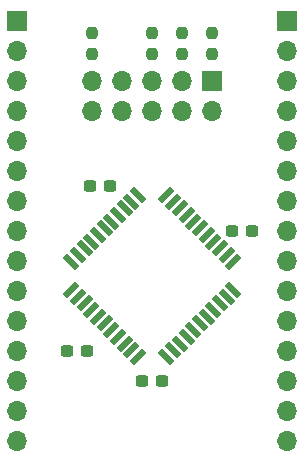
<source format=gbr>
%TF.GenerationSoftware,KiCad,Pcbnew,(6.0.6-0)*%
%TF.CreationDate,2022-09-20T04:26:42+09:00*%
%TF.ProjectId,EPM3032_DEV,45504d33-3033-4325-9f44-45562e6b6963,rev?*%
%TF.SameCoordinates,Original*%
%TF.FileFunction,Soldermask,Top*%
%TF.FilePolarity,Negative*%
%FSLAX46Y46*%
G04 Gerber Fmt 4.6, Leading zero omitted, Abs format (unit mm)*
G04 Created by KiCad (PCBNEW (6.0.6-0)) date 2022-09-20 04:26:42*
%MOMM*%
%LPD*%
G01*
G04 APERTURE LIST*
G04 Aperture macros list*
%AMRoundRect*
0 Rectangle with rounded corners*
0 $1 Rounding radius*
0 $2 $3 $4 $5 $6 $7 $8 $9 X,Y pos of 4 corners*
0 Add a 4 corners polygon primitive as box body*
4,1,4,$2,$3,$4,$5,$6,$7,$8,$9,$2,$3,0*
0 Add four circle primitives for the rounded corners*
1,1,$1+$1,$2,$3*
1,1,$1+$1,$4,$5*
1,1,$1+$1,$6,$7*
1,1,$1+$1,$8,$9*
0 Add four rect primitives between the rounded corners*
20,1,$1+$1,$2,$3,$4,$5,0*
20,1,$1+$1,$4,$5,$6,$7,0*
20,1,$1+$1,$6,$7,$8,$9,0*
20,1,$1+$1,$8,$9,$2,$3,0*%
%AMRotRect*
0 Rectangle, with rotation*
0 The origin of the aperture is its center*
0 $1 length*
0 $2 width*
0 $3 Rotation angle, in degrees counterclockwise*
0 Add horizontal line*
21,1,$1,$2,0,0,$3*%
G04 Aperture macros list end*
%ADD10RoundRect,0.237500X0.300000X0.237500X-0.300000X0.237500X-0.300000X-0.237500X0.300000X-0.237500X0*%
%ADD11R,1.700000X1.700000*%
%ADD12O,1.700000X1.700000*%
%ADD13RoundRect,0.237500X0.237500X-0.250000X0.237500X0.250000X-0.237500X0.250000X-0.237500X-0.250000X0*%
%ADD14RoundRect,0.237500X-0.300000X-0.237500X0.300000X-0.237500X0.300000X0.237500X-0.300000X0.237500X0*%
%ADD15RoundRect,0.237500X-0.237500X0.250000X-0.237500X-0.250000X0.237500X-0.250000X0.237500X0.250000X0*%
%ADD16RotRect,1.500000X0.550000X315.000000*%
%ADD17RotRect,1.500000X0.550000X45.000000*%
G04 APERTURE END LIST*
D10*
%TO.C,C3*%
X120242500Y-104140000D03*
X118517500Y-104140000D03*
%TD*%
D11*
%TO.C,J1*%
X124455000Y-78735000D03*
D12*
X124455000Y-81275000D03*
X121915000Y-78735000D03*
X121915000Y-81275000D03*
X119375000Y-78735000D03*
X119375000Y-81275000D03*
X116835000Y-78735000D03*
X116835000Y-81275000D03*
X114295000Y-78735000D03*
X114295000Y-81275000D03*
%TD*%
D10*
%TO.C,C4*%
X127862500Y-91440000D03*
X126137500Y-91440000D03*
%TD*%
D13*
%TO.C,R2*%
X119380000Y-76477500D03*
X119380000Y-74652500D03*
%TD*%
D11*
%TO.C,J2*%
X107950000Y-73665000D03*
D12*
X107950000Y-76205000D03*
X107950000Y-78745000D03*
X107950000Y-81285000D03*
X107950000Y-83825000D03*
X107950000Y-86365000D03*
X107950000Y-88905000D03*
X107950000Y-91445000D03*
X107950000Y-93985000D03*
X107950000Y-96525000D03*
X107950000Y-99065000D03*
X107950000Y-101605000D03*
X107950000Y-104145000D03*
X107950000Y-106685000D03*
X107950000Y-109225000D03*
%TD*%
D14*
%TO.C,C2*%
X112167500Y-101600000D03*
X113892500Y-101600000D03*
%TD*%
D11*
%TO.C,J3*%
X130810000Y-73665000D03*
D12*
X130810000Y-76205000D03*
X130810000Y-78745000D03*
X130810000Y-81285000D03*
X130810000Y-83825000D03*
X130810000Y-86365000D03*
X130810000Y-88905000D03*
X130810000Y-91445000D03*
X130810000Y-93985000D03*
X130810000Y-96525000D03*
X130810000Y-99065000D03*
X130810000Y-101605000D03*
X130810000Y-104145000D03*
X130810000Y-106685000D03*
X130810000Y-109225000D03*
%TD*%
D13*
%TO.C,R4*%
X114300000Y-76477500D03*
X114300000Y-74652500D03*
%TD*%
D15*
%TO.C,R3*%
X124460000Y-74652500D03*
X124460000Y-76477500D03*
%TD*%
D10*
%TO.C,C1*%
X115797500Y-87630000D03*
X114072500Y-87630000D03*
%TD*%
D13*
%TO.C,R1*%
X121920000Y-76477500D03*
X121920000Y-74652500D03*
%TD*%
D16*
%TO.C,U1*%
X118177918Y-88391064D03*
X117612233Y-88956750D03*
X117046548Y-89522435D03*
X116480862Y-90088120D03*
X115915177Y-90653806D03*
X115349491Y-91219491D03*
X114783806Y-91785177D03*
X114218120Y-92350862D03*
X113652435Y-92916548D03*
X113086750Y-93482233D03*
X112521064Y-94047918D03*
D17*
X112521064Y-96452082D03*
X113086750Y-97017767D03*
X113652435Y-97583452D03*
X114218120Y-98149138D03*
X114783806Y-98714823D03*
X115349491Y-99280509D03*
X115915177Y-99846194D03*
X116480862Y-100411880D03*
X117046548Y-100977565D03*
X117612233Y-101543250D03*
X118177918Y-102108936D03*
D16*
X120582082Y-102108936D03*
X121147767Y-101543250D03*
X121713452Y-100977565D03*
X122279138Y-100411880D03*
X122844823Y-99846194D03*
X123410509Y-99280509D03*
X123976194Y-98714823D03*
X124541880Y-98149138D03*
X125107565Y-97583452D03*
X125673250Y-97017767D03*
X126238936Y-96452082D03*
D17*
X126238936Y-94047918D03*
X125673250Y-93482233D03*
X125107565Y-92916548D03*
X124541880Y-92350862D03*
X123976194Y-91785177D03*
X123410509Y-91219491D03*
X122844823Y-90653806D03*
X122279138Y-90088120D03*
X121713452Y-89522435D03*
X121147767Y-88956750D03*
X120582082Y-88391064D03*
%TD*%
M02*

</source>
